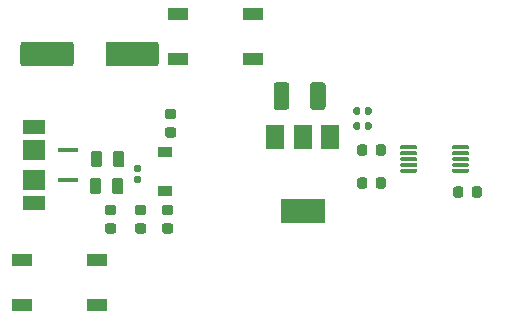
<source format=gbr>
G04 #@! TF.GenerationSoftware,KiCad,Pcbnew,5.1.6+dfsg1-1*
G04 #@! TF.CreationDate,2021-02-27T20:02:44-07:00*
G04 #@! TF.ProjectId,CurrentSensorV1,43757272-656e-4745-9365-6e736f725631,rev?*
G04 #@! TF.SameCoordinates,Original*
G04 #@! TF.FileFunction,Paste,Top*
G04 #@! TF.FilePolarity,Positive*
%FSLAX46Y46*%
G04 Gerber Fmt 4.6, Leading zero omitted, Abs format (unit mm)*
G04 Created by KiCad (PCBNEW 5.1.6+dfsg1-1) date 2021-02-27 20:02:44*
%MOMM*%
%LPD*%
G01*
G04 APERTURE LIST*
%ADD10R,1.699999X1.000001*%
%ADD11R,1.500000X2.000000*%
%ADD12R,3.800000X2.000000*%
%ADD13R,1.200000X0.900000*%
%ADD14R,0.100000X0.500000*%
%ADD15R,1.900000X1.260000*%
%ADD16R,1.900000X1.800000*%
%ADD17R,1.778000X0.400050*%
G04 APERTURE END LIST*
D10*
X153517996Y-66425999D03*
X147217999Y-66425999D03*
X153517996Y-70225996D03*
X147217999Y-70225996D03*
D11*
X160034000Y-76860000D03*
X155434000Y-76860000D03*
X157734000Y-76860000D03*
D12*
X157734000Y-83160000D03*
G36*
G01*
X167435000Y-79665000D02*
X167435000Y-79815000D01*
G75*
G02*
X167360000Y-79890000I-75000J0D01*
G01*
X166060000Y-79890000D01*
G75*
G02*
X165985000Y-79815000I0J75000D01*
G01*
X165985000Y-79665000D01*
G75*
G02*
X166060000Y-79590000I75000J0D01*
G01*
X167360000Y-79590000D01*
G75*
G02*
X167435000Y-79665000I0J-75000D01*
G01*
G37*
G36*
G01*
X167435000Y-79165000D02*
X167435000Y-79315000D01*
G75*
G02*
X167360000Y-79390000I-75000J0D01*
G01*
X166060000Y-79390000D01*
G75*
G02*
X165985000Y-79315000I0J75000D01*
G01*
X165985000Y-79165000D01*
G75*
G02*
X166060000Y-79090000I75000J0D01*
G01*
X167360000Y-79090000D01*
G75*
G02*
X167435000Y-79165000I0J-75000D01*
G01*
G37*
G36*
G01*
X167435000Y-78665000D02*
X167435000Y-78815000D01*
G75*
G02*
X167360000Y-78890000I-75000J0D01*
G01*
X166060000Y-78890000D01*
G75*
G02*
X165985000Y-78815000I0J75000D01*
G01*
X165985000Y-78665000D01*
G75*
G02*
X166060000Y-78590000I75000J0D01*
G01*
X167360000Y-78590000D01*
G75*
G02*
X167435000Y-78665000I0J-75000D01*
G01*
G37*
G36*
G01*
X167435000Y-78165000D02*
X167435000Y-78315000D01*
G75*
G02*
X167360000Y-78390000I-75000J0D01*
G01*
X166060000Y-78390000D01*
G75*
G02*
X165985000Y-78315000I0J75000D01*
G01*
X165985000Y-78165000D01*
G75*
G02*
X166060000Y-78090000I75000J0D01*
G01*
X167360000Y-78090000D01*
G75*
G02*
X167435000Y-78165000I0J-75000D01*
G01*
G37*
G36*
G01*
X167435000Y-77665000D02*
X167435000Y-77815000D01*
G75*
G02*
X167360000Y-77890000I-75000J0D01*
G01*
X166060000Y-77890000D01*
G75*
G02*
X165985000Y-77815000I0J75000D01*
G01*
X165985000Y-77665000D01*
G75*
G02*
X166060000Y-77590000I75000J0D01*
G01*
X167360000Y-77590000D01*
G75*
G02*
X167435000Y-77665000I0J-75000D01*
G01*
G37*
G36*
G01*
X171835000Y-77665000D02*
X171835000Y-77815000D01*
G75*
G02*
X171760000Y-77890000I-75000J0D01*
G01*
X170460000Y-77890000D01*
G75*
G02*
X170385000Y-77815000I0J75000D01*
G01*
X170385000Y-77665000D01*
G75*
G02*
X170460000Y-77590000I75000J0D01*
G01*
X171760000Y-77590000D01*
G75*
G02*
X171835000Y-77665000I0J-75000D01*
G01*
G37*
G36*
G01*
X171835000Y-78165000D02*
X171835000Y-78315000D01*
G75*
G02*
X171760000Y-78390000I-75000J0D01*
G01*
X170460000Y-78390000D01*
G75*
G02*
X170385000Y-78315000I0J75000D01*
G01*
X170385000Y-78165000D01*
G75*
G02*
X170460000Y-78090000I75000J0D01*
G01*
X171760000Y-78090000D01*
G75*
G02*
X171835000Y-78165000I0J-75000D01*
G01*
G37*
G36*
G01*
X171835000Y-78665000D02*
X171835000Y-78815000D01*
G75*
G02*
X171760000Y-78890000I-75000J0D01*
G01*
X170460000Y-78890000D01*
G75*
G02*
X170385000Y-78815000I0J75000D01*
G01*
X170385000Y-78665000D01*
G75*
G02*
X170460000Y-78590000I75000J0D01*
G01*
X171760000Y-78590000D01*
G75*
G02*
X171835000Y-78665000I0J-75000D01*
G01*
G37*
G36*
G01*
X171835000Y-79165000D02*
X171835000Y-79315000D01*
G75*
G02*
X171760000Y-79390000I-75000J0D01*
G01*
X170460000Y-79390000D01*
G75*
G02*
X170385000Y-79315000I0J75000D01*
G01*
X170385000Y-79165000D01*
G75*
G02*
X170460000Y-79090000I75000J0D01*
G01*
X171760000Y-79090000D01*
G75*
G02*
X171835000Y-79165000I0J-75000D01*
G01*
G37*
G36*
G01*
X171835000Y-79665000D02*
X171835000Y-79815000D01*
G75*
G02*
X171760000Y-79890000I-75000J0D01*
G01*
X170460000Y-79890000D01*
G75*
G02*
X170385000Y-79815000I0J75000D01*
G01*
X170385000Y-79665000D01*
G75*
G02*
X170460000Y-79590000I75000J0D01*
G01*
X171760000Y-79590000D01*
G75*
G02*
X171835000Y-79665000I0J-75000D01*
G01*
G37*
G36*
G01*
X146301750Y-76042000D02*
X146814250Y-76042000D01*
G75*
G02*
X147033000Y-76260750I0J-218750D01*
G01*
X147033000Y-76698250D01*
G75*
G02*
X146814250Y-76917000I-218750J0D01*
G01*
X146301750Y-76917000D01*
G75*
G02*
X146083000Y-76698250I0J218750D01*
G01*
X146083000Y-76260750D01*
G75*
G02*
X146301750Y-76042000I218750J0D01*
G01*
G37*
G36*
G01*
X146301750Y-74467000D02*
X146814250Y-74467000D01*
G75*
G02*
X147033000Y-74685750I0J-218750D01*
G01*
X147033000Y-75123250D01*
G75*
G02*
X146814250Y-75342000I-218750J0D01*
G01*
X146301750Y-75342000D01*
G75*
G02*
X146083000Y-75123250I0J218750D01*
G01*
X146083000Y-74685750D01*
G75*
G02*
X146301750Y-74467000I218750J0D01*
G01*
G37*
G36*
G01*
X141221750Y-84170000D02*
X141734250Y-84170000D01*
G75*
G02*
X141953000Y-84388750I0J-218750D01*
G01*
X141953000Y-84826250D01*
G75*
G02*
X141734250Y-85045000I-218750J0D01*
G01*
X141221750Y-85045000D01*
G75*
G02*
X141003000Y-84826250I0J218750D01*
G01*
X141003000Y-84388750D01*
G75*
G02*
X141221750Y-84170000I218750J0D01*
G01*
G37*
G36*
G01*
X141221750Y-82595000D02*
X141734250Y-82595000D01*
G75*
G02*
X141953000Y-82813750I0J-218750D01*
G01*
X141953000Y-83251250D01*
G75*
G02*
X141734250Y-83470000I-218750J0D01*
G01*
X141221750Y-83470000D01*
G75*
G02*
X141003000Y-83251250I0J218750D01*
G01*
X141003000Y-82813750D01*
G75*
G02*
X141221750Y-82595000I218750J0D01*
G01*
G37*
G36*
G01*
X143761750Y-84170000D02*
X144274250Y-84170000D01*
G75*
G02*
X144493000Y-84388750I0J-218750D01*
G01*
X144493000Y-84826250D01*
G75*
G02*
X144274250Y-85045000I-218750J0D01*
G01*
X143761750Y-85045000D01*
G75*
G02*
X143543000Y-84826250I0J218750D01*
G01*
X143543000Y-84388750D01*
G75*
G02*
X143761750Y-84170000I218750J0D01*
G01*
G37*
G36*
G01*
X143761750Y-82595000D02*
X144274250Y-82595000D01*
G75*
G02*
X144493000Y-82813750I0J-218750D01*
G01*
X144493000Y-83251250D01*
G75*
G02*
X144274250Y-83470000I-218750J0D01*
G01*
X143761750Y-83470000D01*
G75*
G02*
X143543000Y-83251250I0J218750D01*
G01*
X143543000Y-82813750D01*
G75*
G02*
X143761750Y-82595000I218750J0D01*
G01*
G37*
G36*
G01*
X171354000Y-81277750D02*
X171354000Y-81790250D01*
G75*
G02*
X171135250Y-82009000I-218750J0D01*
G01*
X170697750Y-82009000D01*
G75*
G02*
X170479000Y-81790250I0J218750D01*
G01*
X170479000Y-81277750D01*
G75*
G02*
X170697750Y-81059000I218750J0D01*
G01*
X171135250Y-81059000D01*
G75*
G02*
X171354000Y-81277750I0J-218750D01*
G01*
G37*
G36*
G01*
X172929000Y-81277750D02*
X172929000Y-81790250D01*
G75*
G02*
X172710250Y-82009000I-218750J0D01*
G01*
X172272750Y-82009000D01*
G75*
G02*
X172054000Y-81790250I0J218750D01*
G01*
X172054000Y-81277750D01*
G75*
G02*
X172272750Y-81059000I218750J0D01*
G01*
X172710250Y-81059000D01*
G75*
G02*
X172929000Y-81277750I0J-218750D01*
G01*
G37*
G36*
G01*
X163926000Y-81028250D02*
X163926000Y-80515750D01*
G75*
G02*
X164144750Y-80297000I218750J0D01*
G01*
X164582250Y-80297000D01*
G75*
G02*
X164801000Y-80515750I0J-218750D01*
G01*
X164801000Y-81028250D01*
G75*
G02*
X164582250Y-81247000I-218750J0D01*
G01*
X164144750Y-81247000D01*
G75*
G02*
X163926000Y-81028250I0J218750D01*
G01*
G37*
G36*
G01*
X162351000Y-81028250D02*
X162351000Y-80515750D01*
G75*
G02*
X162569750Y-80297000I218750J0D01*
G01*
X163007250Y-80297000D01*
G75*
G02*
X163226000Y-80515750I0J-218750D01*
G01*
X163226000Y-81028250D01*
G75*
G02*
X163007250Y-81247000I-218750J0D01*
G01*
X162569750Y-81247000D01*
G75*
G02*
X162351000Y-81028250I0J218750D01*
G01*
G37*
G36*
G01*
X163926000Y-78234250D02*
X163926000Y-77721750D01*
G75*
G02*
X164144750Y-77503000I218750J0D01*
G01*
X164582250Y-77503000D01*
G75*
G02*
X164801000Y-77721750I0J-218750D01*
G01*
X164801000Y-78234250D01*
G75*
G02*
X164582250Y-78453000I-218750J0D01*
G01*
X164144750Y-78453000D01*
G75*
G02*
X163926000Y-78234250I0J218750D01*
G01*
G37*
G36*
G01*
X162351000Y-78234250D02*
X162351000Y-77721750D01*
G75*
G02*
X162569750Y-77503000I218750J0D01*
G01*
X163007250Y-77503000D01*
G75*
G02*
X163226000Y-77721750I0J-218750D01*
G01*
X163226000Y-78234250D01*
G75*
G02*
X163007250Y-78453000I-218750J0D01*
G01*
X162569750Y-78453000D01*
G75*
G02*
X162351000Y-78234250I0J218750D01*
G01*
G37*
G36*
G01*
X140774000Y-78283750D02*
X140774000Y-79196250D01*
G75*
G02*
X140530250Y-79440000I-243750J0D01*
G01*
X140042750Y-79440000D01*
G75*
G02*
X139799000Y-79196250I0J243750D01*
G01*
X139799000Y-78283750D01*
G75*
G02*
X140042750Y-78040000I243750J0D01*
G01*
X140530250Y-78040000D01*
G75*
G02*
X140774000Y-78283750I0J-243750D01*
G01*
G37*
G36*
G01*
X142649000Y-78283750D02*
X142649000Y-79196250D01*
G75*
G02*
X142405250Y-79440000I-243750J0D01*
G01*
X141917750Y-79440000D01*
G75*
G02*
X141674000Y-79196250I0J243750D01*
G01*
X141674000Y-78283750D01*
G75*
G02*
X141917750Y-78040000I243750J0D01*
G01*
X142405250Y-78040000D01*
G75*
G02*
X142649000Y-78283750I0J-243750D01*
G01*
G37*
G36*
G01*
X140695500Y-80569750D02*
X140695500Y-81482250D01*
G75*
G02*
X140451750Y-81726000I-243750J0D01*
G01*
X139964250Y-81726000D01*
G75*
G02*
X139720500Y-81482250I0J243750D01*
G01*
X139720500Y-80569750D01*
G75*
G02*
X139964250Y-80326000I243750J0D01*
G01*
X140451750Y-80326000D01*
G75*
G02*
X140695500Y-80569750I0J-243750D01*
G01*
G37*
G36*
G01*
X142570500Y-80569750D02*
X142570500Y-81482250D01*
G75*
G02*
X142326750Y-81726000I-243750J0D01*
G01*
X141839250Y-81726000D01*
G75*
G02*
X141595500Y-81482250I0J243750D01*
G01*
X141595500Y-80569750D01*
G75*
G02*
X141839250Y-80326000I243750J0D01*
G01*
X142326750Y-80326000D01*
G75*
G02*
X142570500Y-80569750I0J-243750D01*
G01*
G37*
D13*
X146050000Y-81406000D03*
X146050000Y-78106000D03*
G36*
G01*
X146047750Y-84170000D02*
X146560250Y-84170000D01*
G75*
G02*
X146779000Y-84388750I0J-218750D01*
G01*
X146779000Y-84826250D01*
G75*
G02*
X146560250Y-85045000I-218750J0D01*
G01*
X146047750Y-85045000D01*
G75*
G02*
X145829000Y-84826250I0J218750D01*
G01*
X145829000Y-84388750D01*
G75*
G02*
X146047750Y-84170000I218750J0D01*
G01*
G37*
G36*
G01*
X146047750Y-82595000D02*
X146560250Y-82595000D01*
G75*
G02*
X146779000Y-82813750I0J-218750D01*
G01*
X146779000Y-83251250D01*
G75*
G02*
X146560250Y-83470000I-218750J0D01*
G01*
X146047750Y-83470000D01*
G75*
G02*
X145829000Y-83251250I0J218750D01*
G01*
X145829000Y-82813750D01*
G75*
G02*
X146047750Y-82595000I218750J0D01*
G01*
G37*
G36*
G01*
X163004000Y-74848500D02*
X163004000Y-74503500D01*
G75*
G02*
X163151500Y-74356000I147500J0D01*
G01*
X163446500Y-74356000D01*
G75*
G02*
X163594000Y-74503500I0J-147500D01*
G01*
X163594000Y-74848500D01*
G75*
G02*
X163446500Y-74996000I-147500J0D01*
G01*
X163151500Y-74996000D01*
G75*
G02*
X163004000Y-74848500I0J147500D01*
G01*
G37*
G36*
G01*
X162034000Y-74848500D02*
X162034000Y-74503500D01*
G75*
G02*
X162181500Y-74356000I147500J0D01*
G01*
X162476500Y-74356000D01*
G75*
G02*
X162624000Y-74503500I0J-147500D01*
G01*
X162624000Y-74848500D01*
G75*
G02*
X162476500Y-74996000I-147500J0D01*
G01*
X162181500Y-74996000D01*
G75*
G02*
X162034000Y-74848500I0J147500D01*
G01*
G37*
G36*
G01*
X141050000Y-70650000D02*
X141050000Y-69050000D01*
G75*
G02*
X141300000Y-68800000I250000J0D01*
G01*
X145300000Y-68800000D01*
G75*
G02*
X145550000Y-69050000I0J-250000D01*
G01*
X145550000Y-70650000D01*
G75*
G02*
X145300000Y-70900000I-250000J0D01*
G01*
X141300000Y-70900000D01*
G75*
G02*
X141050000Y-70650000I0J250000D01*
G01*
G37*
G36*
G01*
X133850000Y-70650000D02*
X133850000Y-69050000D01*
G75*
G02*
X134100000Y-68800000I250000J0D01*
G01*
X138100000Y-68800000D01*
G75*
G02*
X138350000Y-69050000I0J-250000D01*
G01*
X138350000Y-70650000D01*
G75*
G02*
X138100000Y-70900000I-250000J0D01*
G01*
X134100000Y-70900000D01*
G75*
G02*
X133850000Y-70650000I0J250000D01*
G01*
G37*
G36*
G01*
X162624000Y-75773500D02*
X162624000Y-76118500D01*
G75*
G02*
X162476500Y-76266000I-147500J0D01*
G01*
X162181500Y-76266000D01*
G75*
G02*
X162034000Y-76118500I0J147500D01*
G01*
X162034000Y-75773500D01*
G75*
G02*
X162181500Y-75626000I147500J0D01*
G01*
X162476500Y-75626000D01*
G75*
G02*
X162624000Y-75773500I0J-147500D01*
G01*
G37*
G36*
G01*
X163594000Y-75773500D02*
X163594000Y-76118500D01*
G75*
G02*
X163446500Y-76266000I-147500J0D01*
G01*
X163151500Y-76266000D01*
G75*
G02*
X163004000Y-76118500I0J147500D01*
G01*
X163004000Y-75773500D01*
G75*
G02*
X163151500Y-75626000I147500J0D01*
G01*
X163446500Y-75626000D01*
G75*
G02*
X163594000Y-75773500I0J-147500D01*
G01*
G37*
G36*
G01*
X156605000Y-72480999D02*
X156605000Y-74331001D01*
G75*
G02*
X156355001Y-74581000I-249999J0D01*
G01*
X155529999Y-74581000D01*
G75*
G02*
X155280000Y-74331001I0J249999D01*
G01*
X155280000Y-72480999D01*
G75*
G02*
X155529999Y-72231000I249999J0D01*
G01*
X156355001Y-72231000D01*
G75*
G02*
X156605000Y-72480999I0J-249999D01*
G01*
G37*
G36*
G01*
X159680000Y-72480999D02*
X159680000Y-74331001D01*
G75*
G02*
X159430001Y-74581000I-249999J0D01*
G01*
X158604999Y-74581000D01*
G75*
G02*
X158355000Y-74331001I0J249999D01*
G01*
X158355000Y-72480999D01*
G75*
G02*
X158604999Y-72231000I249999J0D01*
G01*
X159430001Y-72231000D01*
G75*
G02*
X159680000Y-72480999I0J-249999D01*
G01*
G37*
G36*
G01*
X143591500Y-80200000D02*
X143936500Y-80200000D01*
G75*
G02*
X144084000Y-80347500I0J-147500D01*
G01*
X144084000Y-80642500D01*
G75*
G02*
X143936500Y-80790000I-147500J0D01*
G01*
X143591500Y-80790000D01*
G75*
G02*
X143444000Y-80642500I0J147500D01*
G01*
X143444000Y-80347500D01*
G75*
G02*
X143591500Y-80200000I147500J0D01*
G01*
G37*
G36*
G01*
X143591500Y-79230000D02*
X143936500Y-79230000D01*
G75*
G02*
X144084000Y-79377500I0J-147500D01*
G01*
X144084000Y-79672500D01*
G75*
G02*
X143936500Y-79820000I-147500J0D01*
G01*
X143591500Y-79820000D01*
G75*
G02*
X143444000Y-79672500I0J147500D01*
G01*
X143444000Y-79377500D01*
G75*
G02*
X143591500Y-79230000I147500J0D01*
G01*
G37*
D14*
X134093000Y-75358000D03*
X135893000Y-75358000D03*
D15*
X134993000Y-76008000D03*
D14*
X134093000Y-83148000D03*
D16*
X134993000Y-80523000D03*
D17*
X137871200Y-77948000D03*
X137871200Y-80548000D03*
D16*
X134993000Y-77973000D03*
D15*
X134993000Y-82488000D03*
D14*
X135893000Y-83138000D03*
D10*
X134010004Y-91054001D03*
X140310001Y-91054001D03*
X134010004Y-87254004D03*
X140310001Y-87254004D03*
M02*

</source>
